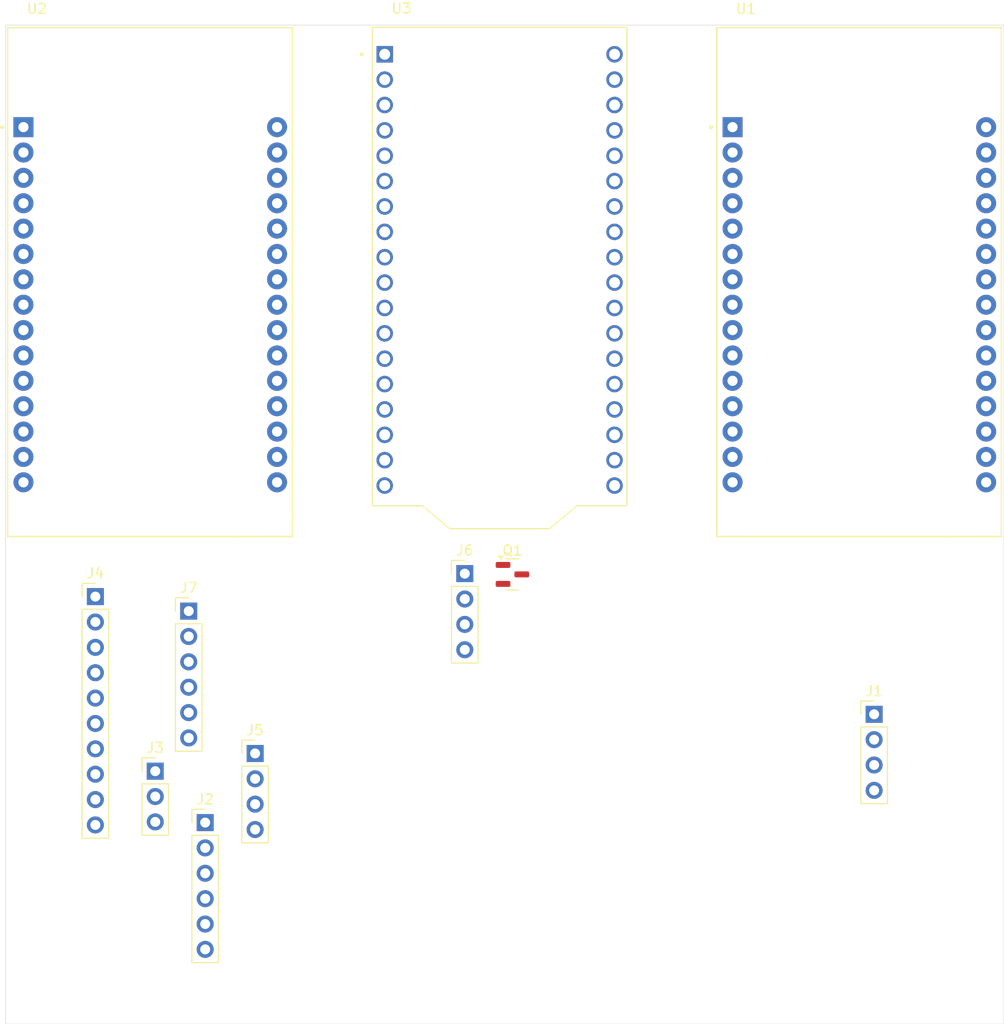
<source format=kicad_pcb>
(kicad_pcb (version 20240108) (generator "pcbnew") (generator_version "8.0")
  (layers (0 "F.Cu" signal) (31 "B.Cu" signal) (34 "B.Paste" user) (35 "F.Paste" user) (36 "B.SilkS" user "B.Silkscreen") (37 "F.SilkS" user "F.Silkscreen") (38 "B.Mask" user) (39 "F.Mask" user) (44 "Edge.Cuts" user))
  (net 0 "")
  (net 1 "/GPSModule/RX")
  (net 2 "GND")
  (net 3 "/GPSModule/TX")
  (net 4 "+3.3V")
  (net 5 "/AS7265x/INT")
  (net 6 "/AS7265x/SCL")
  (net 7 "/AS7265x/SDA")
  (net 8 "/AS7265x/RST")
  (net 9 "/ADS1115/A0")
  (net 12 "/ADS1115/SCL")
  (net 13 "/ADS1115/A3")
  (net 14 "/ADS1115/SDA")
  (net 15 "/ADS1115/A2")
  (net 16 "/ADS1115/A1")
  (net 17 "/GPSModule1/TX")
  (net 18 "/GPSModule1/RX")
  (net 21 "Net-(U3A-VE-PadJ2_3)")
  (net 86 "/RX")
  (net 87 "Net-(J6-Pin_4)")
  (net 88 "/TX")
  (net 89 "/SdCard/MOSI")
  (net 90 "/SdCard/MISO")
  (net 91 "/SdCard/CS")
  (net 92 "/SdCard/SCK")
  (net 93 "Net-(Q1-G)")
  (footprint "Package_TO_SOT_SMD:SOT-23" (layer "F.Cu") (at 113.77 81.995)
    (property "Reference" "Q1" (at 0 -2.4 0) (layer "F.SilkS"))
    (property "Value" "AO3400A")
    (fp_line (start 0 -1.56) (end -0.65 -1.56) (stroke (width 0.12)) (layer "F.SilkS"))
    (fp_line (start 0 -1.56) (end 0.65 -1.56) (stroke (width 0.12)) (layer "F.SilkS"))
    (fp_line (start 0 1.56) (end -0.65 1.56) (stroke (width 0.12)) (layer "F.SilkS"))
    (fp_line (start 0 1.56) (end 0.65 1.56) (stroke (width 0.12)) (layer "F.SilkS"))
    (fp_poly (pts (xy -1.1625 -1.51) (xy -1.4025 -1.84) (xy -0.9225 -1.84) (xy -1.1625 -1.51)) (stroke (width 0.12)) (fill solid) (layer "F.SilkS"))
    (pad "1" smd roundrect (at -0.9375 -0.95) (size 1.475 0.6) (layers "F.Cu" "F.Paste" "F.Mask") (net 93 "Net-(Q1-G)"))
    (pad "2" smd roundrect (at -0.9375 0.95) (size 1.475 0.6) (layers "F.Cu" "F.Paste" "F.Mask") (net 2 "GND"))
    (pad "3" smd roundrect (at 0.9375 0) (size 1.475 0.6) (layers "F.Cu" "F.Paste" "F.Mask") (net 87 "Net-(J6-Pin_4)"))
  )
  (footprint "Felix:MODULE_ESP32_DEVKIT_V1" (layer "F.Cu") (at 148.518991 52.730908)
    (property "Reference" "U1" (at -11.355 -27.36 0) (layer "F.SilkS"))
    (property "Value" "ESP32-DEVKIT-V1")
    (fp_line (start -14.28 -25.475) (end -3.211 -25.475) (stroke (width 0.127)) (layer "F.SilkS"))
    (fp_line (start -14.28 -25.475) (end 14.23 -25.475) (stroke (width 0.127)) (layer "F.SilkS"))
    (fp_line (start -14.28 25.475) (end -14.28 -25.475) (stroke (width 0.127)) (layer "F.SilkS"))
    (fp_line (start -14.28 25.475) (end -14.28 -25.475) (stroke (width 0.127)) (layer "F.SilkS"))
    (fp_line (start -14.28 25.475) (end -8.91 25.475) (stroke (width 0.127)) (layer "F.SilkS"))
    (fp_line (start -8.91 25.475) (end 8.78 25.475) (stroke (width 0.127)) (layer "F.SilkS"))
    (fp_line (start -3.211 -25.475) (end 3.5 -25.475) (stroke (width 0.127)) (layer "F.SilkS"))
    (fp_line (start 3.5 -25.475) (end 14.23 -25.475) (stroke (width 0.127)) (layer "F.SilkS"))
    (fp_line (start 8.78 25.475) (end 14.23 25.475) (stroke (width 0.127)) (layer "F.SilkS"))
    (fp_line (start 14.23 -25.475) (end 14.23 25.475) (stroke (width 0.127)) (layer "F.SilkS"))
    (fp_line (start 14.23 -25.475) (end 14.23 25.475) (stroke (width 0.127)) (layer "F.SilkS"))
    (fp_line (start 14.23 25.475) (end -14.28 25.475) (stroke (width 0.127)) (layer "F.SilkS"))
    (fp_circle (center -14.85 -15.515) (end -14.75 -15.515) (stroke (width 0.2)) (fill none) (layer "F.SilkS"))
    (pad "" np_thru_hole circle (at -12.28 -23.475) (size 3 3) (drill 3) (layers "*.Cu" "*.Mask"))
    (pad "" np_thru_hole circle (at -12.28 23.475) (size 3 3) (drill 3) (layers "*.Cu" "*.Mask"))
    (pad "" np_thru_hole circle (at 12.23 -23.475) (size 3 3) (drill 3) (layers "*.Cu" "*.Mask"))
    (pad "" np_thru_hole circle (at 12.23 23.475) (size 3 3) (drill 3) (layers "*.Cu" "*.Mask"))
    (pad "1" thru_hole rect (at -12.7 -15.515) (size 2 2) (drill 1.02) (layers "*.Cu" "*.Mask") (net 4 "+3.3V"))
    (pad "2" thru_hole circle (at -12.7 -12.975) (size 2 2) (drill 1.02) (layers "*.Cu" "*.Mask") (net 2 "GND"))
    (pad "3" thru_hole circle (at -12.7 -10.435) (size 2 2) (drill 1.02) (layers "*.Cu" "*.Mask"))
    (pad "4" thru_hole circle (at -12.7 -7.895) (size 2 2) (drill 1.02) (layers "*.Cu" "*.Mask"))
    (pad "5" thru_hole circle (at -12.7 -5.355) (size 2 2) (drill 1.02) (layers "*.Cu" "*.Mask"))
    (pad "6" thru_hole circle (at -12.7 -2.815) (size 2 2) (drill 1.02) (layers "*.Cu" "*.Mask"))
    (pad "7" thru_hole circle (at -12.7 -0.275) (size 2 2) (drill 1.02) (layers "*.Cu" "*.Mask"))
    (pad "8" thru_hole circle (at -12.7 2.265) (size 2 2) (drill 1.02) (layers "*.Cu" "*.Mask"))
    (pad "9" thru_hole circle (at -12.7 4.805) (size 2 2) (drill 1.02) (layers "*.Cu" "*.Mask"))
    (pad "10" thru_hole circle (at -12.7 7.345) (size 2 2) (drill 1.02) (layers "*.Cu" "*.Mask"))
    (pad "11" thru_hole circle (at -12.7 9.885) (size 2 2) (drill 1.02) (layers "*.Cu" "*.Mask"))
    (pad "12" thru_hole circle (at -12.7 12.425) (size 2 2) (drill 1.02) (layers "*.Cu" "*.Mask") (net 3 "/GPSModule/TX"))
    (pad "13" thru_hole circle (at -12.7 14.965) (size 2 2) (drill 1.02) (layers "*.Cu" "*.Mask") (net 1 "/GPSModule/RX"))
    (pad "14" thru_hole circle (at -12.7 17.505) (size 2 2) (drill 1.02) (layers "*.Cu" "*.Mask"))
    (pad "15" thru_hole circle (at -12.7 20.045) (size 2 2) (drill 1.02) (layers "*.Cu" "*.Mask"))
    (pad "16" thru_hole circle (at 12.7 20.045) (size 2 2) (drill 1.02) (layers "*.Cu" "*.Mask"))
    (pad "17" thru_hole circle (at 12.7 17.505) (size 2 2) (drill 1.02) (layers "*.Cu" "*.Mask"))
    (pad "18" thru_hole circle (at 12.7 14.965) (size 2 2) (drill 1.02) (layers "*.Cu" "*.Mask"))
    (pad "19" thru_hole circle (at 12.7 12.425) (size 2 2) (drill 1.02) (layers "*.Cu" "*.Mask"))
    (pad "20" thru_hole circle (at 12.7 9.885) (size 2 2) (drill 1.02) (layers "*.Cu" "*.Mask"))
    (pad "21" thru_hole circle (at 12.7 7.345) (size 2 2) (drill 1.02) (layers "*.Cu" "*.Mask"))
    (pad "22" thru_hole circle (at 12.7 4.805) (size 2 2) (drill 1.02) (layers "*.Cu" "*.Mask"))
    (pad "23" thru_hole circle (at 12.7 2.265) (size 2 2) (drill 1.02) (layers "*.Cu" "*.Mask"))
    (pad "24" thru_hole circle (at 12.7 -0.275) (size 2 2) (drill 1.02) (layers "*.Cu" "*.Mask"))
    (pad "25" thru_hole circle (at 12.7 -2.815) (size 2 2) (drill 1.02) (layers "*.Cu" "*.Mask"))
    (pad "26" thru_hole circle (at 12.7 -5.355) (size 2 2) (drill 1.02) (layers "*.Cu" "*.Mask"))
    (pad "27" thru_hole circle (at 12.7 -7.895) (size 2 2) (drill 1.02) (layers "*.Cu" "*.Mask"))
    (pad "28" thru_hole circle (at 12.7 -10.435) (size 2 2) (drill 1.02) (layers "*.Cu" "*.Mask"))
    (pad "29" thru_hole circle (at 12.7 -12.975) (size 2 2) (drill 1.02) (layers "*.Cu" "*.Mask") (net 2 "GND"))
    (pad "30" thru_hole circle (at 12.7 -15.515) (size 2 2) (drill 1.02) (layers "*.Cu" "*.Mask"))
  )
  (footprint "Connector_PinHeader_2.54mm:PinHeader_1x06_P2.54mm_Vertical" (layer "F.Cu") (at 83 106.84)
    (property "Reference" "J2" (at 0 -2.33 0) (layer "F.SilkS"))
    (property "Value" "Conn_01x06_Pin")
    (fp_line (start -1.33 -1.33) (end 0 -1.33) (stroke (width 0.12)) (layer "F.SilkS"))
    (fp_line (start -1.33 0) (end -1.33 -1.33) (stroke (width 0.12)) (layer "F.SilkS"))
    (fp_line (start -1.33 1.27) (end -1.33 14.03) (stroke (width 0.12)) (layer "F.SilkS"))
    (fp_line (start -1.33 1.27) (end 1.33 1.27) (stroke (width 0.12)) (layer "F.SilkS"))
    (fp_line (start -1.33 14.03) (end 1.33 14.03) (stroke (width 0.12)) (layer "F.SilkS"))
    (fp_line (start 1.33 1.27) (end 1.33 14.03) (stroke (width 0.12)) (layer "F.SilkS"))
    (pad "1" thru_hole rect (at 0 0) (size 1.7 1.7) (drill 1) (layers "*.Cu" "*.Mask") (net 2 "GND"))
    (pad "2" thru_hole oval (at 0 2.54) (size 1.7 1.7) (drill 1) (layers "*.Cu" "*.Mask") (net 4 "+3.3V"))
    (pad "3" thru_hole oval (at 0 5.08) (size 1.7 1.7) (drill 1) (layers "*.Cu" "*.Mask") (net 6 "/AS7265x/SCL"))
    (pad "4" thru_hole oval (at 0 7.62) (size 1.7 1.7) (drill 1) (layers "*.Cu" "*.Mask") (net 7 "/AS7265x/SDA"))
    (pad "5" thru_hole oval (at 0 10.16) (size 1.7 1.7) (drill 1) (layers "*.Cu" "*.Mask") (net 5 "/AS7265x/INT"))
    (pad "6" thru_hole oval (at 0 12.7) (size 1.7 1.7) (drill 1) (layers "*.Cu" "*.Mask") (net 8 "/AS7265x/RST"))
  )
  (footprint "Connector_PinHeader_2.54mm:PinHeader_1x03_P2.54mm_Vertical" (layer "F.Cu") (at 78 101.695)
    (property "Reference" "J3" (at 0 -2.33 0) (layer "F.SilkS"))
    (property "Value" "Conn_01x03_Pin")
    (fp_line (start -1.33 -1.33) (end 0 -1.33) (stroke (width 0.12)) (layer "F.SilkS"))
    (fp_line (start -1.33 0) (end -1.33 -1.33) (stroke (width 0.12)) (layer "F.SilkS"))
    (fp_line (start -1.33 1.27) (end -1.33 6.41) (stroke (width 0.12)) (layer "F.SilkS"))
    (fp_line (start -1.33 1.27) (end 1.33 1.27) (stroke (width 0.12)) (layer "F.SilkS"))
    (fp_line (start -1.33 6.41) (end 1.33 6.41) (stroke (width 0.12)) (layer "F.SilkS"))
    (fp_line (start 1.33 1.27) (end 1.33 6.41) (stroke (width 0.12)) (layer "F.SilkS"))
    (pad "1" thru_hole rect (at 0 0) (size 1.7 1.7) (drill 1) (layers "*.Cu" "*.Mask") (net 2 "GND"))
    (pad "2" thru_hole oval (at 0 2.54) (size 1.7 1.7) (drill 1) (layers "*.Cu" "*.Mask") (net 4 "+3.3V"))
    (pad "3" thru_hole oval (at 0 5.08) (size 1.7 1.7) (drill 1) (layers "*.Cu" "*.Mask") (net 9 "/ADS1115/A0"))
  )
  (footprint "Connector_PinHeader_2.54mm:PinHeader_1x06_P2.54mm_Vertical" (layer "F.Cu") (at 81.35 85.67)
    (property "Reference" "J7" (at 0 -2.33 0) (layer "F.SilkS"))
    (property "Value" "Conn_01x06_Pin")
    (fp_line (start -1.33 -1.33) (end 0 -1.33) (stroke (width 0.12)) (layer "F.SilkS"))
    (fp_line (start -1.33 0) (end -1.33 -1.33) (stroke (width 0.12)) (layer "F.SilkS"))
    (fp_line (start -1.33 1.27) (end -1.33 14.03) (stroke (width 0.12)) (layer "F.SilkS"))
    (fp_line (start -1.33 1.27) (end 1.33 1.27) (stroke (width 0.12)) (layer "F.SilkS"))
    (fp_line (start -1.33 14.03) (end 1.33 14.03) (stroke (width 0.12)) (layer "F.SilkS"))
    (fp_line (start 1.33 1.27) (end 1.33 14.03) (stroke (width 0.12)) (layer "F.SilkS"))
    (pad "1" thru_hole rect (at 0 0) (size 1.7 1.7) (drill 1) (layers "*.Cu" "*.Mask") (net 91 "/SdCard/CS"))
    (pad "2" thru_hole oval (at 0 2.54) (size 1.7 1.7) (drill 1) (layers "*.Cu" "*.Mask") (net 92 "/SdCard/SCK"))
    (pad "3" thru_hole oval (at 0 5.08) (size 1.7 1.7) (drill 1) (layers "*.Cu" "*.Mask") (net 89 "/SdCard/MOSI"))
    (pad "4" thru_hole oval (at 0 7.62) (size 1.7 1.7) (drill 1) (layers "*.Cu" "*.Mask") (net 90 "/SdCard/MISO"))
    (pad "5" thru_hole oval (at 0 10.16) (size 1.7 1.7) (drill 1) (layers "*.Cu" "*.Mask") (net 4 "+3.3V"))
    (pad "6" thru_hole oval (at 0 12.7) (size 1.7 1.7) (drill 1) (layers "*.Cu" "*.Mask") (net 2 "GND"))
  )
  (footprint "Connector_PinHeader_2.54mm:PinHeader_1x04_P2.54mm_Vertical" (layer "F.Cu") (at 150 96)
    (property "Reference" "J1" (at 0 -2.33 0) (layer "F.SilkS"))
    (property "Value" "Conn_GPS")
    (fp_line (start -1.33 -1.33) (end 0 -1.33) (stroke (width 0.12)) (layer "F.SilkS"))
    (fp_line (start -1.33 0) (end -1.33 -1.33) (stroke (width 0.12)) (layer "F.SilkS"))
    (fp_line (start -1.33 1.27) (end -1.33 8.95) (stroke (width 0.12)) (layer "F.SilkS"))
    (fp_line (start -1.33 1.27) (end 1.33 1.27) (stroke (width 0.12)) (layer "F.SilkS"))
    (fp_line (start -1.33 8.95) (end 1.33 8.95) (stroke (width 0.12)) (layer "F.SilkS"))
    (fp_line (start 1.33 1.27) (end 1.33 8.95) (stroke (width 0.12)) (layer "F.SilkS"))
    (pad "1" thru_hole rect (at 0 0) (size 1.7 1.7) (drill 1) (layers "*.Cu" "*.Mask") (net 4 "+3.3V"))
    (pad "2" thru_hole oval (at 0 2.54) (size 1.7 1.7) (drill 1) (layers "*.Cu" "*.Mask") (net 1 "/GPSModule/RX"))
    (pad "3" thru_hole oval (at 0 5.08) (size 1.7 1.7) (drill 1) (layers "*.Cu" "*.Mask") (net 3 "/GPSModule/TX"))
    (pad "4" thru_hole oval (at 0 7.62) (size 1.7 1.7) (drill 1) (layers "*.Cu" "*.Mask") (net 2 "GND"))
  )
  (footprint "Felix:MODULE_ESP32_DEVKIT_V1" (layer "F.Cu") (at 77.49886 52.730908)
    (property "Reference" "U2" (at -11.355 -27.36 0) (layer "F.SilkS"))
    (property "Value" "ESP32-DEVKIT-V1")
    (fp_line (start -14.28 -25.475) (end -3.211 -25.475) (stroke (width 0.127)) (layer "F.SilkS"))
    (fp_line (start -14.28 -25.475) (end 14.23 -25.475) (stroke (width 0.127)) (layer "F.SilkS"))
    (fp_line (start -14.28 25.475) (end -14.28 -25.475) (stroke (width 0.127)) (layer "F.SilkS"))
    (fp_line (start -14.28 25.475) (end -14.28 -25.475) (stroke (width 0.127)) (layer "F.SilkS"))
    (fp_line (start -14.28 25.475) (end -8.91 25.475) (stroke (width 0.127)) (layer "F.SilkS"))
    (fp_line (start -8.91 25.475) (end 8.78 25.475) (stroke (width 0.127)) (layer "F.SilkS"))
    (fp_line (start -3.211 -25.475) (end 3.5 -25.475) (stroke (width 0.127)) (layer "F.SilkS"))
    (fp_line (start 3.5 -25.475) (end 14.23 -25.475) (stroke (width 0.127)) (layer "F.SilkS"))
    (fp_line (start 8.78 25.475) (end 14.23 25.475) (stroke (width 0.127)) (layer "F.SilkS"))
    (fp_line (start 14.23 -25.475) (end 14.23 25.475) (stroke (width 0.127)) (layer "F.SilkS"))
    (fp_line (start 14.23 -25.475) (end 14.23 25.475) (stroke (width 0.127)) (layer "F.SilkS"))
    (fp_line (start 14.23 25.475) (end -14.28 25.475) (stroke (width 0.127)) (layer "F.SilkS"))
    (fp_circle (center -14.85 -15.515) (end -14.75 -15.515) (stroke (width 0.2)) (fill none) (layer "F.SilkS"))
    (pad "" np_thru_hole circle (at -12.28 -23.475) (size 3 3) (drill 3) (layers "*.Cu" "*.Mask"))
    (pad "" np_thru_hole circle (at -12.28 23.475) (size 3 3) (drill 3) (layers "*.Cu" "*.Mask"))
    (pad "" np_thru_hole circle (at 12.23 -23.475) (size 3 3) (drill 3) (layers "*.Cu" "*.Mask"))
    (pad "" np_thru_hole circle (at 12.23 23.475) (size 3 3) (drill 3) (layers "*.Cu" "*.Mask"))
    (pad "1" thru_hole rect (at -12.7 -15.515) (size 2 2) (drill 1.02) (layers "*.Cu" "*.Mask") (net 4 "+3.3V"))
    (pad "2" thru_hole circle (at -12.7 -12.975) (size 2 2) (drill 1.02) (layers "*.Cu" "*.Mask") (net 2 "GND"))
    (pad "3" thru_hole circle (at -12.7 -10.435) (size 2 2) (drill 1.02) (layers "*.Cu" "*.Mask") (net 12 "/ADS1115/SCL"))
    (pad "4" thru_hole circle (at -12.7 -7.895) (size 2 2) (drill 1.02) (layers "*.Cu" "*.Mask") (net 6 "/AS7265x/SCL"))
    (pad "5" thru_hole circle (at -12.7 -5.355) (size 2 2) (drill 1.02) (layers "*.Cu" "*.Mask") (net 7 "/AS7265x/SDA"))
    (pad "6" thru_hole circle (at -12.7 -2.815) (size 2 2) (drill 1.02) (layers "*.Cu" "*.Mask"))
    (pad "7" thru_hole circle (at -12.7 -0.275) (size 2 2) (drill 1.02) (layers "*.Cu" "*.Mask"))
    (pad "8" thru_hole circle (at -12.7 2.265) (size 2 2) (drill 1.02) (layers "*.Cu" "*.Mask") (net 91 "/SdCard/CS"))
    (pad "9" thru_hole circle (at -12.7 4.805) (size 2 2) (drill 1.02) (layers "*.Cu" "*.Mask") (net 14 "/ADS1115/SDA"))
    (pad "10" thru_hole circle (at -12.7 7.345) (size 2 2) (drill 1.02) (layers "*.Cu" "*.Mask"))
    (pad "11" thru_hole circle (at -12.7 9.885) (size 2 2) (drill 1.02) (layers "*.Cu" "*.Mask"))
    (pad "12" thru_hole circle (at -12.7 12.425) (size 2 2) (drill 1.02) (layers "*.Cu" "*.Mask") (net 17 "/GPSModule1/TX"))
    (pad "13" thru_hole circle (at -12.7 14.965) (size 2 2) (drill 1.02) (layers "*.Cu" "*.Mask") (net 18 "/GPSModule1/RX"))
    (pad "14" thru_hole circle (at -12.7 17.505) (size 2 2) (drill 1.02) (layers "*.Cu" "*.Mask"))
    (pad "15" thru_hole circle (at -12.7 20.045) (size 2 2) (drill 1.02) (layers "*.Cu" "*.Mask"))
    (pad "16" thru_hole circle (at 12.7 20.045) (size 2 2) (drill 1.02) (layers "*.Cu" "*.Mask"))
    (pad "17" thru_hole circle (at 12.7 17.505) (size 2 2) (drill 1.02) (layers "*.Cu" "*.Mask"))
    (pad "18" thru_hole circle (at 12.7 14.965) (size 2 2) (drill 1.02) (layers "*.Cu" "*.Mask"))
    (pad "19" thru_hole circle (at 12.7 12.425) (size 2 2) (drill 1.02) (layers "*.Cu" "*.Mask"))
    (pad "20" thru_hole circle (at 12.7 9.885) (size 2 2) (drill 1.02) (layers "*.Cu" "*.Mask"))
    (pad "21" thru_hole circle (at 12.7 7.345) (size 2 2) (drill 1.02) (layers "*.Cu" "*.Mask"))
    (pad "22" thru_hole circle (at 12.7 4.805) (size 2 2) (drill 1.02) (layers "*.Cu" "*.Mask"))
    (pad "23" thru_hole circle (at 12.7 2.265) (size 2 2) (drill 1.02) (layers "*.Cu" "*.Mask"))
    (pad "24" thru_hole circle (at 12.7 -0.275) (size 2 2) (drill 1.02) (layers "*.Cu" "*.Mask"))
    (pad "25" thru_hole circle (at 12.7 -2.815) (size 2 2) (drill 1.02) (layers "*.Cu" "*.Mask"))
    (pad "26" thru_hole circle (at 12.7 -5.355) (size 2 2) (drill 1.02) (layers "*.Cu" "*.Mask") (net 92 "/SdCard/SCK"))
    (pad "27" thru_hole circle (at 12.7 -7.895) (size 2 2) (drill 1.02) (layers "*.Cu" "*.Mask") (net 90 "/SdCard/MISO"))
    (pad "28" thru_hole circle (at 12.7 -10.435) (size 2 2) (drill 1.02) (layers "*.Cu" "*.Mask") (net 89 "/SdCard/MOSI"))
    (pad "29" thru_hole circle (at 12.7 -12.975) (size 2 2) (drill 1.02) (layers "*.Cu" "*.Mask") (net 2 "GND"))
    (pad "30" thru_hole circle (at 12.7 -15.515) (size 2 2) (drill 1.02) (layers "*.Cu" "*.Mask"))
  )
  (footprint "Felix:MODULE_WIFI_KIT_32__V3_" (layer "F.Cu") (at 112.49 52.32)
    (property "Reference" "U3" (at -9.825 -26.985 0) (layer "F.SilkS"))
    (property "Value" "WIFI_KIT_32__V3_")
    (fp_line (start -12.75 -25.1) (end 12.75 -25.1) (stroke (width 0.127)) (layer "F.SilkS"))
    (fp_line (start -12.75 22.8) (end -12.75 -25.1) (stroke (width 0.127)) (layer "F.SilkS"))
    (fp_line (start -7.75 22.8) (end -12.75 22.8) (stroke (width 0.127)) (layer "F.SilkS"))
    (fp_line (start -7.75 22.8) (end -5 25.1) (stroke (width 0.127)) (layer "F.SilkS"))
    (fp_line (start -5 25.1) (end 5 25.1) (stroke (width 0.127)) (layer "F.SilkS"))
    (fp_line (start 5 25.1) (end 7.75 22.8) (stroke (width 0.127)) (layer "F.SilkS"))
    (fp_line (start 12.75 -25.1) (end 12.75 22.8) (stroke (width 0.127)) (layer "F.SilkS"))
    (fp_line (start 12.75 22.8) (end 7.75 22.8) (stroke (width 0.127)) (layer "F.SilkS"))
    (fp_circle (center -13.8 -22.4) (end -13.7 -22.4) (stroke (width 0.2)) (fill none) (layer "F.SilkS"))
    (pad "J2_1" thru_hole rect (at -11.51 -22.4) (size 1.65 1.65) (drill 1.1) (layers "*.Cu" "*.Mask") (net 2 "GND"))
    (pad "J2_2" thru_hole circle (at -11.51 -19.86) (size 1.65 1.65) (drill 1.1) (layers "*.Cu" "*.Mask"))
    (pad "J2_3" thru_hole circle (at -11.51 -17.32) (size 1.65 1.65) (drill 1.1) (layers "*.Cu" "*.Mask") (net 21 "Net-(U3A-VE-PadJ2_3)"))
    (pad "J2_4" thru_hole circle (at -11.51 -14.78) (size 1.65 1.65) (drill 1.1) (layers "*.Cu" "*.Mask") (net 21 "Net-(U3A-VE-PadJ2_3)"))
    (pad "J2_5" thru_hole circle (at -11.51 -12.24) (size 1.65 1.65) (drill 1.1) (layers "*.Cu" "*.Mask"))
    (pad "J2_6" thru_hole circle (at -11.51 -9.7) (size 1.65 1.65) (drill 1.1) (layers "*.Cu" "*.Mask"))
    (pad "J2_7" thru_hole circle (at -11.51 -7.16) (size 1.65 1.65) (drill 1.1) (layers "*.Cu" "*.Mask"))
    (pad "J2_8" thru_hole circle (at -11.51 -4.62) (size 1.65 1.65) (drill 1.1) (layers "*.Cu" "*.Mask"))
    (pad "J2_9" thru_hole circle (at -11.51 -2.08) (size 1.65 1.65) (drill 1.1) (layers "*.Cu" "*.Mask"))
    (pad "J2_10" thru_hole circle (at -11.51 0.46) (size 1.65 1.65) (drill 1.1) (layers "*.Cu" "*.Mask"))
    (pad "J2_11" thru_hole circle (at -11.51 3) (size 1.65 1.65) (drill 1.1) (layers "*.Cu" "*.Mask"))
    (pad "J2_12" thru_hole circle (at -11.51 5.54) (size 1.65 1.65) (drill 1.1) (layers "*.Cu" "*.Mask"))
    (pad "J2_13" thru_hole circle (at -11.51 8.08) (size 1.65 1.65) (drill 1.1) (layers "*.Cu" "*.Mask"))
    (pad "J2_14" thru_hole circle (at -11.51 10.62) (size 1.65 1.65) (drill 1.1) (layers "*.Cu" "*.Mask"))
    (pad "J2_15" thru_hole circle (at -11.51 13.16) (size 1.65 1.65) (drill 1.1) (layers "*.Cu" "*.Mask"))
    (pad "J2_16" thru_hole circle (at -11.51 15.7) (size 1.65 1.65) (drill 1.1) (layers "*.Cu" "*.Mask"))
    (pad "J2_17" thru_hole circle (at -11.51 18.24) (size 1.65 1.65) (drill 1.1) (layers "*.Cu" "*.Mask"))
    (pad "J2_18" thru_hole circle (at -11.51 20.78) (size 1.65 1.65) (drill 1.1) (layers "*.Cu" "*.Mask"))
    (pad "J3_1" thru_hole circle (at 11.51 -22.4) (size 1.65 1.65) (drill 1.1) (layers "*.Cu" "*.Mask") (net 2 "GND"))
    (pad "J3_2" thru_hole circle (at 11.51 -19.86) (size 1.65 1.65) (drill 1.1) (layers "*.Cu" "*.Mask") (net 4 "+3.3V"))
    (pad "J3_3" thru_hole circle (at 11.51 -17.32) (size 1.65 1.65) (drill 1.1) (layers "*.Cu" "*.Mask") (net 4 "+3.3V"))
    (pad "J3_4" thru_hole circle (at 11.51 -14.78) (size 1.65 1.65) (drill 1.1) (layers "*.Cu" "*.Mask"))
    (pad "J3_5" thru_hole circle (at 11.51 -12.24) (size 1.65 1.65) (drill 1.1) (layers "*.Cu" "*.Mask") (net 88 "/TX"))
    (pad "J3_6" thru_hole circle (at 11.51 -9.7) (size 1.65 1.65) (drill 1.1) (layers "*.Cu" "*.Mask") (net 86 "/RX"))
    (pad "J3_7" thru_hole circle (at 11.51 -7.16) (size 1.65 1.65) (drill 1.1) (layers "*.Cu" "*.Mask"))
    (pad "J3_8" thru_hole circle (at 11.51 -4.62) (size 1.65 1.65) (drill 1.1) (layers "*.Cu" "*.Mask"))
    (pad "J3_9" thru_hole circle (at 11.51 -2.08) (size 1.65 1.65) (drill 1.1) (layers "*.Cu" "*.Mask"))
    (pad "J3_10" thru_hole circle (at 11.51 0.46) (size 1.65 1.65) (drill 1.1) (layers "*.Cu" "*.Mask"))
    (pad "J3_11" thru_hole circle (at 11.51 3) (size 1.65 1.65) (drill 1.1) (layers "*.Cu" "*.Mask"))
    (pad "J3_12" thru_hole circle (at 11.51 5.54) (size 1.65 1.65) (drill 1.1) (layers "*.Cu" "*.Mask"))
    (pad "J3_13" thru_hole circle (at 11.51 8.08) (size 1.65 1.65) (drill 1.1) (layers "*.Cu" "*.Mask"))
    (pad "J3_14" thru_hole circle (at 11.51 10.62) (size 1.65 1.65) (drill 1.1) (layers "*.Cu" "*.Mask"))
    (pad "J3_15" thru_hole circle (at 11.51 13.16) (size 1.65 1.65) (drill 1.1) (layers "*.Cu" "*.Mask"))
    (pad "J3_16" thru_hole circle (at 11.51 15.7) (size 1.65 1.65) (drill 1.1) (layers "*.Cu" "*.Mask"))
    (pad "J3_17" thru_hole circle (at 11.51 18.24) (size 1.65 1.65) (drill 1.1) (layers "*.Cu" "*.Mask"))
    (pad "J3_18" thru_hole circle (at 11.51 20.78) (size 1.65 1.65) (drill 1.1) (layers "*.Cu" "*.Mask") (net 93 "Net-(Q1-G)"))
  )
  (footprint "Connector_PinHeader_2.54mm:PinHeader_1x04_P2.54mm_Vertical" (layer "F.Cu") (at 109 81.92)
    (property "Reference" "J6" (at 0 -2.33 0) (layer "F.SilkS"))
    (property "Value" "Conn_GPS")
    (fp_line (start -1.33 -1.33) (end 0 -1.33) (stroke (width 0.12)) (layer "F.SilkS"))
    (fp_line (start -1.33 0) (end -1.33 -1.33) (stroke (width 0.12)) (layer "F.SilkS"))
    (fp_line (start -1.33 1.27) (end -1.33 8.95) (stroke (width 0.12)) (layer "F.SilkS"))
    (fp_line (start -1.33 1.27) (end 1.33 1.27) (stroke (width 0.12)) (layer "F.SilkS"))
    (fp_line (start -1.33 8.95) (end 1.33 8.95) (stroke (width 0.12)) (layer "F.SilkS"))
    (fp_line (start 1.33 1.27) (end 1.33 8.95) (stroke (width 0.12)) (layer "F.SilkS"))
    (pad "1" thru_hole rect (at 0 0) (size 1.7 1.7) (drill 1) (layers "*.Cu" "*.Mask") (net 4 "+3.3V"))
    (pad "2" thru_hole oval (at 0 2.54) (size 1.7 1.7) (drill 1) (layers "*.Cu" "*.Mask") (net 86 "/RX"))
    (pad "3" thru_hole oval (at 0 5.08) (size 1.7 1.7) (drill 1) (layers "*.Cu" "*.Mask") (net 88 "/TX"))
    (pad "4" thru_hole oval (at 0 7.62) (size 1.7 1.7) (drill 1) (layers "*.Cu" "*.Mask") (net 87 "Net-(J6-Pin_4)"))
  )
  (footprint "Connector_PinHeader_2.54mm:PinHeader_1x10_P2.54mm_Vertical" (layer "F.Cu") (at 72 84.22)
    (property "Reference" "J4" (at 0 -2.33 0) (layer "F.SilkS"))
    (property "Value" "Conn_01x10_Pin")
    (fp_line (start -1.33 -1.33) (end 0 -1.33) (stroke (width 0.12)) (layer "F.SilkS"))
    (fp_line (start -1.33 0) (end -1.33 -1.33) (stroke (width 0.12)) (layer "F.SilkS"))
    (fp_line (start -1.33 1.27) (end -1.33 24.19) (stroke (width 0.12)) (layer "F.SilkS"))
    (fp_line (start -1.33 1.27) (end 1.33 1.27) (stroke (width 0.12)) (layer "F.SilkS"))
    (fp_line (start -1.33 24.19) (end 1.33 24.19) (stroke (width 0.12)) (layer "F.SilkS"))
    (fp_line (start 1.33 1.27) (end 1.33 24.19) (stroke (width 0.12)) (layer "F.SilkS"))
    (pad "1" thru_hole rect (at 0 0) (size 1.7 1.7) (drill 1) (layers "*.Cu" "*.Mask") (net 4 "+3.3V"))
    (pad "2" thru_hole oval (at 0 2.54) (size 1.7 1.7) (drill 1) (layers "*.Cu" "*.Mask") (net 2 "GND"))
    (pad "3" thru_hole oval (at 0 5.08) (size 1.7 1.7) (drill 1) (layers "*.Cu" "*.Mask") (net 12 "/ADS1115/SCL"))
    (pad "4" thru_hole oval (at 0 7.62) (size 1.7 1.7) (drill 1) (layers "*.Cu" "*.Mask") (net 14 "/ADS1115/SDA"))
    (pad "5" thru_hole oval (at 0 10.16) (size 1.7 1.7) (drill 1) (layers "*.Cu" "*.Mask"))
    (pad "6" thru_hole oval (at 0 12.7) (size 1.7 1.7) (drill 1) (layers "*.Cu" "*.Mask"))
    (pad "7" thru_hole oval (at 0 15.24) (size 1.7 1.7) (drill 1) (layers "*.Cu" "*.Mask") (net 9 "/ADS1115/A0"))
    (pad "8" thru_hole oval (at 0 17.78) (size 1.7 1.7) (drill 1) (layers "*.Cu" "*.Mask") (net 16 "/ADS1115/A1"))
    (pad "9" thru_hole oval (at 0 20.32) (size 1.7 1.7) (drill 1) (layers "*.Cu" "*.Mask") (net 15 "/ADS1115/A2"))
    (pad "10" thru_hole oval (at 0 22.86) (size 1.7 1.7) (drill 1) (layers "*.Cu" "*.Mask") (net 13 "/ADS1115/A3"))
  )
  (footprint "Connector_PinHeader_2.54mm:PinHeader_1x04_P2.54mm_Vertical" (layer "F.Cu") (at 88 99.92)
    (property "Reference" "J5" (at 0 -2.33 0) (layer "F.SilkS"))
    (property "Value" "Conn_GPS")
    (fp_line (start -1.33 -1.33) (end 0 -1.33) (stroke (width 0.12)) (layer "F.SilkS"))
    (fp_line (start -1.33 0) (end -1.33 -1.33) (stroke (width 0.12)) (layer "F.SilkS"))
    (fp_line (start -1.33 1.27) (end -1.33 8.95) (stroke (width 0.12)) (layer "F.SilkS"))
    (fp_line (start -1.33 1.27) (end 1.33 1.27) (stroke (width 0.12)) (layer "F.SilkS"))
    (fp_line (start -1.33 8.95) (end 1.33 8.95) (stroke (width 0.12)) (layer "F.SilkS"))
    (fp_line (start 1.33 1.27) (end 1.33 8.95) (stroke (width 0.12)) (layer "F.SilkS"))
    (pad "1" thru_hole rect (at 0 0) (size 1.7 1.7) (drill 1) (layers "*.Cu" "*.Mask") (net 4 "+3.3V"))
    (pad "2" thru_hole oval (at 0 2.54) (size 1.7 1.7) (drill 1) (layers "*.Cu" "*.Mask") (net 18 "/GPSModule1/RX"))
    (pad "3" thru_hole oval (at 0 5.08) (size 1.7 1.7) (drill 1) (layers "*.Cu" "*.Mask") (net 17 "/GPSModule1/TX"))
    (pad "4" thru_hole oval (at 0 7.62) (size 1.7 1.7) (drill 1) (layers "*.Cu" "*.Mask") (net 2 "GND"))
  )
  (gr_rect (start 63 27) (end 163 127) (stroke (width 0.05)) (fill none) (layer "Edge.Cuts"))
)
</source>
